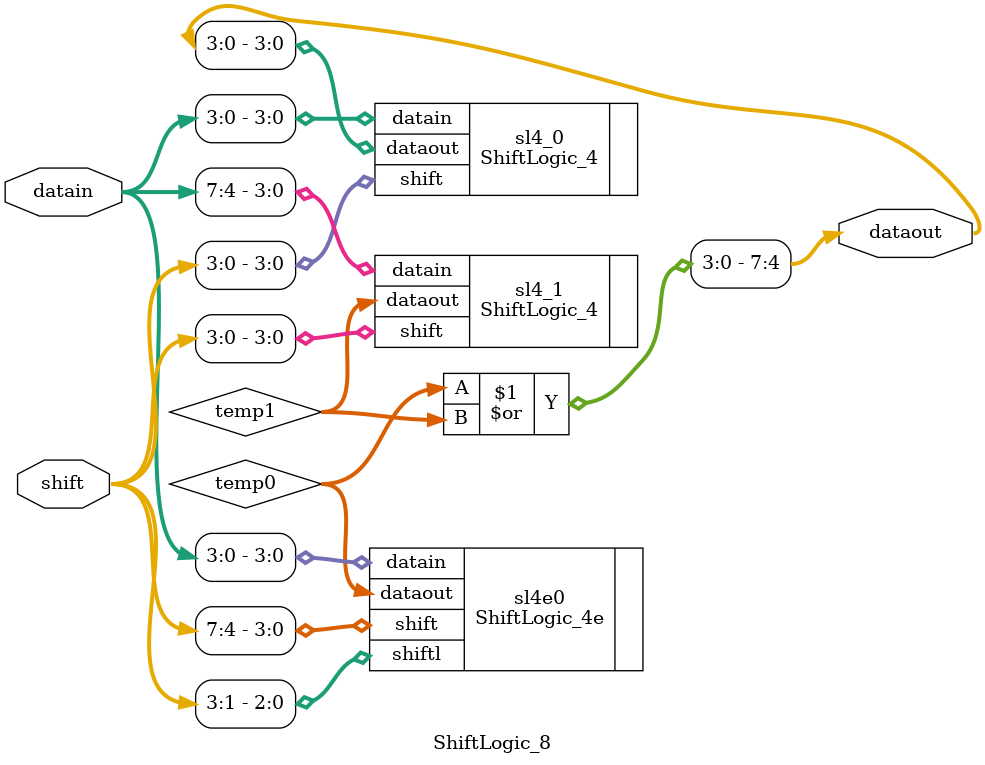
<source format=v>
`include "ShiftLogic_4.v"
`include "ShiftLogic_4e.v"

module ShiftLogic_8 (datain, shift, dataout);
    input [7:0] datain;
    input [7:0] shift;
    output [7:0] dataout;

    wire [3:0] temp0, temp1;
    ShiftLogic_4 sl4_0 (.datain(datain[3:0]), .shift(shift[3:0]), .dataout(dataout[3:0]));
    ShiftLogic_4e sl4e0 (.datain(datain[3:0]), .shift(shift[7:4]), .shiftl(shift[3:1]), .dataout(temp0[3:0]));
    ShiftLogic_4 sl4_1 (.datain(datain[7:4]), .shift(shift[3:0]), .dataout(temp1[3:0]));

    assign dataout[7:4] = temp0 | temp1;

endmodule
</source>
